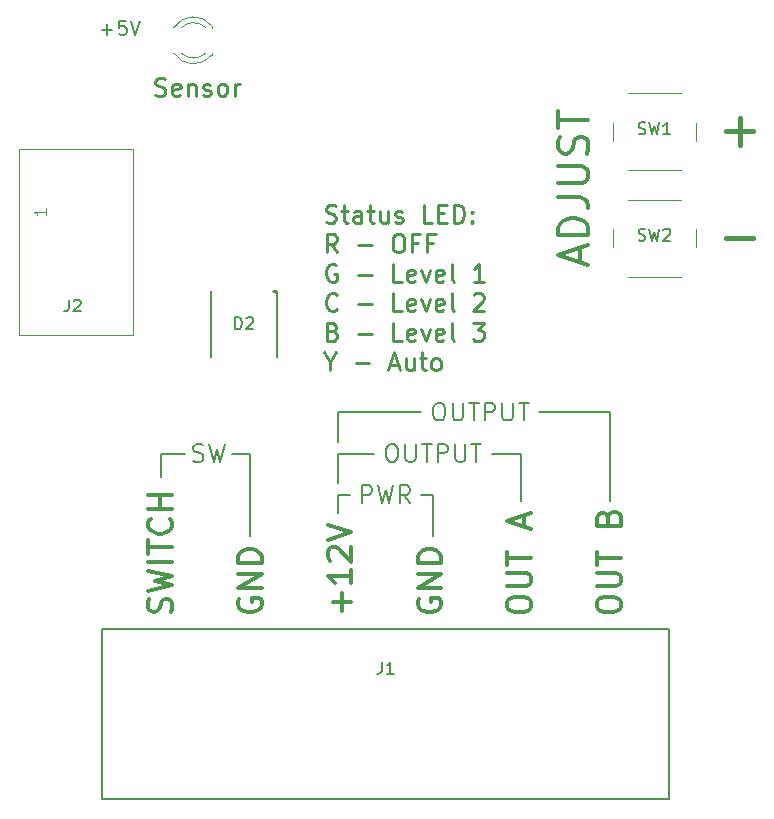
<source format=gbr>
%TF.GenerationSoftware,KiCad,Pcbnew,(5.1.0-rc1)*%
%TF.CreationDate,2020-07-29T19:39:05+03:00*%
%TF.ProjectId,home_pwm,686f6d65-5f70-4776-9d2e-6b696361645f,rev?*%
%TF.SameCoordinates,Original*%
%TF.FileFunction,Legend,Top*%
%TF.FilePolarity,Positive*%
%FSLAX46Y46*%
G04 Gerber Fmt 4.6, Leading zero omitted, Abs format (unit mm)*
G04 Created by KiCad (PCBNEW (5.1.0-rc1)) date 2020-07-29 19:39:05*
%MOMM*%
%LPD*%
G04 APERTURE LIST*
%ADD10C,0.300000*%
%ADD11C,0.250000*%
%ADD12C,0.200000*%
%ADD13C,0.400000*%
%ADD14C,0.120000*%
%ADD15C,0.150000*%
G04 APERTURE END LIST*
D10*
X116416666Y-101750000D02*
X116416666Y-100559523D01*
X117130952Y-101988095D02*
X114630952Y-101154761D01*
X117130952Y-100321428D01*
X117130952Y-99488095D02*
X114630952Y-99488095D01*
X114630952Y-98892857D01*
X114750000Y-98535714D01*
X114988095Y-98297619D01*
X115226190Y-98178571D01*
X115702380Y-98059523D01*
X116059523Y-98059523D01*
X116535714Y-98178571D01*
X116773809Y-98297619D01*
X117011904Y-98535714D01*
X117130952Y-98892857D01*
X117130952Y-99488095D01*
X114630952Y-96273809D02*
X116416666Y-96273809D01*
X116773809Y-96392857D01*
X117011904Y-96630952D01*
X117130952Y-96988095D01*
X117130952Y-97226190D01*
X114630952Y-95083333D02*
X116654761Y-95083333D01*
X116892857Y-94964285D01*
X117011904Y-94845238D01*
X117130952Y-94607142D01*
X117130952Y-94130952D01*
X117011904Y-93892857D01*
X116892857Y-93773809D01*
X116654761Y-93654761D01*
X114630952Y-93654761D01*
X117011904Y-92583333D02*
X117130952Y-92226190D01*
X117130952Y-91630952D01*
X117011904Y-91392857D01*
X116892857Y-91273809D01*
X116654761Y-91154761D01*
X116416666Y-91154761D01*
X116178571Y-91273809D01*
X116059523Y-91392857D01*
X115940476Y-91630952D01*
X115821428Y-92107142D01*
X115702380Y-92345238D01*
X115583333Y-92464285D01*
X115345238Y-92583333D01*
X115107142Y-92583333D01*
X114869047Y-92464285D01*
X114750000Y-92345238D01*
X114630952Y-92107142D01*
X114630952Y-91511904D01*
X114750000Y-91154761D01*
X114630952Y-90440476D02*
X114630952Y-89011904D01*
X117130952Y-89726190D02*
X114630952Y-89726190D01*
D11*
X80500000Y-87607142D02*
X80714285Y-87678571D01*
X81071428Y-87678571D01*
X81214285Y-87607142D01*
X81285714Y-87535714D01*
X81357142Y-87392857D01*
X81357142Y-87250000D01*
X81285714Y-87107142D01*
X81214285Y-87035714D01*
X81071428Y-86964285D01*
X80785714Y-86892857D01*
X80642857Y-86821428D01*
X80571428Y-86750000D01*
X80500000Y-86607142D01*
X80500000Y-86464285D01*
X80571428Y-86321428D01*
X80642857Y-86250000D01*
X80785714Y-86178571D01*
X81142857Y-86178571D01*
X81357142Y-86250000D01*
X82571428Y-87607142D02*
X82428571Y-87678571D01*
X82142857Y-87678571D01*
X82000000Y-87607142D01*
X81928571Y-87464285D01*
X81928571Y-86892857D01*
X82000000Y-86750000D01*
X82142857Y-86678571D01*
X82428571Y-86678571D01*
X82571428Y-86750000D01*
X82642857Y-86892857D01*
X82642857Y-87035714D01*
X81928571Y-87178571D01*
X83285714Y-86678571D02*
X83285714Y-87678571D01*
X83285714Y-86821428D02*
X83357142Y-86750000D01*
X83500000Y-86678571D01*
X83714285Y-86678571D01*
X83857142Y-86750000D01*
X83928571Y-86892857D01*
X83928571Y-87678571D01*
X84571428Y-87607142D02*
X84714285Y-87678571D01*
X85000000Y-87678571D01*
X85142857Y-87607142D01*
X85214285Y-87464285D01*
X85214285Y-87392857D01*
X85142857Y-87250000D01*
X85000000Y-87178571D01*
X84785714Y-87178571D01*
X84642857Y-87107142D01*
X84571428Y-86964285D01*
X84571428Y-86892857D01*
X84642857Y-86750000D01*
X84785714Y-86678571D01*
X85000000Y-86678571D01*
X85142857Y-86750000D01*
X86071428Y-87678571D02*
X85928571Y-87607142D01*
X85857142Y-87535714D01*
X85785714Y-87392857D01*
X85785714Y-86964285D01*
X85857142Y-86821428D01*
X85928571Y-86750000D01*
X86071428Y-86678571D01*
X86285714Y-86678571D01*
X86428571Y-86750000D01*
X86500000Y-86821428D01*
X86571428Y-86964285D01*
X86571428Y-87392857D01*
X86500000Y-87535714D01*
X86428571Y-87607142D01*
X86285714Y-87678571D01*
X86071428Y-87678571D01*
X87214285Y-87678571D02*
X87214285Y-86678571D01*
X87214285Y-86964285D02*
X87285714Y-86821428D01*
X87357142Y-86750000D01*
X87500000Y-86678571D01*
X87642857Y-86678571D01*
X94948214Y-98357142D02*
X95162500Y-98428571D01*
X95519642Y-98428571D01*
X95662500Y-98357142D01*
X95733928Y-98285714D01*
X95805357Y-98142857D01*
X95805357Y-98000000D01*
X95733928Y-97857142D01*
X95662500Y-97785714D01*
X95519642Y-97714285D01*
X95233928Y-97642857D01*
X95091071Y-97571428D01*
X95019642Y-97500000D01*
X94948214Y-97357142D01*
X94948214Y-97214285D01*
X95019642Y-97071428D01*
X95091071Y-97000000D01*
X95233928Y-96928571D01*
X95591071Y-96928571D01*
X95805357Y-97000000D01*
X96233928Y-97428571D02*
X96805357Y-97428571D01*
X96448214Y-96928571D02*
X96448214Y-98214285D01*
X96519642Y-98357142D01*
X96662500Y-98428571D01*
X96805357Y-98428571D01*
X97948214Y-98428571D02*
X97948214Y-97642857D01*
X97876785Y-97500000D01*
X97733928Y-97428571D01*
X97448214Y-97428571D01*
X97305357Y-97500000D01*
X97948214Y-98357142D02*
X97805357Y-98428571D01*
X97448214Y-98428571D01*
X97305357Y-98357142D01*
X97233928Y-98214285D01*
X97233928Y-98071428D01*
X97305357Y-97928571D01*
X97448214Y-97857142D01*
X97805357Y-97857142D01*
X97948214Y-97785714D01*
X98448214Y-97428571D02*
X99019642Y-97428571D01*
X98662500Y-96928571D02*
X98662500Y-98214285D01*
X98733928Y-98357142D01*
X98876785Y-98428571D01*
X99019642Y-98428571D01*
X100162500Y-97428571D02*
X100162500Y-98428571D01*
X99519642Y-97428571D02*
X99519642Y-98214285D01*
X99591071Y-98357142D01*
X99733928Y-98428571D01*
X99948214Y-98428571D01*
X100091071Y-98357142D01*
X100162500Y-98285714D01*
X100805357Y-98357142D02*
X100948214Y-98428571D01*
X101233928Y-98428571D01*
X101376785Y-98357142D01*
X101448214Y-98214285D01*
X101448214Y-98142857D01*
X101376785Y-98000000D01*
X101233928Y-97928571D01*
X101019642Y-97928571D01*
X100876785Y-97857142D01*
X100805357Y-97714285D01*
X100805357Y-97642857D01*
X100876785Y-97500000D01*
X101019642Y-97428571D01*
X101233928Y-97428571D01*
X101376785Y-97500000D01*
X103948214Y-98428571D02*
X103233928Y-98428571D01*
X103233928Y-96928571D01*
X104448214Y-97642857D02*
X104948214Y-97642857D01*
X105162500Y-98428571D02*
X104448214Y-98428571D01*
X104448214Y-96928571D01*
X105162500Y-96928571D01*
X105805357Y-98428571D02*
X105805357Y-96928571D01*
X106162500Y-96928571D01*
X106376785Y-97000000D01*
X106519642Y-97142857D01*
X106591071Y-97285714D01*
X106662500Y-97571428D01*
X106662500Y-97785714D01*
X106591071Y-98071428D01*
X106519642Y-98214285D01*
X106376785Y-98357142D01*
X106162500Y-98428571D01*
X105805357Y-98428571D01*
X107305357Y-98285714D02*
X107376785Y-98357142D01*
X107305357Y-98428571D01*
X107233928Y-98357142D01*
X107305357Y-98285714D01*
X107305357Y-98428571D01*
X107305357Y-97500000D02*
X107376785Y-97571428D01*
X107305357Y-97642857D01*
X107233928Y-97571428D01*
X107305357Y-97500000D01*
X107305357Y-97642857D01*
X95876785Y-100928571D02*
X95376785Y-100214285D01*
X95019642Y-100928571D02*
X95019642Y-99428571D01*
X95591071Y-99428571D01*
X95733928Y-99500000D01*
X95805357Y-99571428D01*
X95876785Y-99714285D01*
X95876785Y-99928571D01*
X95805357Y-100071428D01*
X95733928Y-100142857D01*
X95591071Y-100214285D01*
X95019642Y-100214285D01*
X97662500Y-100357142D02*
X98805357Y-100357142D01*
X100948214Y-99428571D02*
X101233928Y-99428571D01*
X101376785Y-99500000D01*
X101519642Y-99642857D01*
X101591071Y-99928571D01*
X101591071Y-100428571D01*
X101519642Y-100714285D01*
X101376785Y-100857142D01*
X101233928Y-100928571D01*
X100948214Y-100928571D01*
X100805357Y-100857142D01*
X100662500Y-100714285D01*
X100591071Y-100428571D01*
X100591071Y-99928571D01*
X100662500Y-99642857D01*
X100805357Y-99500000D01*
X100948214Y-99428571D01*
X102733928Y-100142857D02*
X102233928Y-100142857D01*
X102233928Y-100928571D02*
X102233928Y-99428571D01*
X102948214Y-99428571D01*
X104019642Y-100142857D02*
X103519642Y-100142857D01*
X103519642Y-100928571D02*
X103519642Y-99428571D01*
X104233928Y-99428571D01*
X95805357Y-102000000D02*
X95662500Y-101928571D01*
X95448214Y-101928571D01*
X95233928Y-102000000D01*
X95091071Y-102142857D01*
X95019642Y-102285714D01*
X94948214Y-102571428D01*
X94948214Y-102785714D01*
X95019642Y-103071428D01*
X95091071Y-103214285D01*
X95233928Y-103357142D01*
X95448214Y-103428571D01*
X95591071Y-103428571D01*
X95805357Y-103357142D01*
X95876785Y-103285714D01*
X95876785Y-102785714D01*
X95591071Y-102785714D01*
X97662500Y-102857142D02*
X98805357Y-102857142D01*
X101376785Y-103428571D02*
X100662500Y-103428571D01*
X100662500Y-101928571D01*
X102448214Y-103357142D02*
X102305357Y-103428571D01*
X102019642Y-103428571D01*
X101876785Y-103357142D01*
X101805357Y-103214285D01*
X101805357Y-102642857D01*
X101876785Y-102500000D01*
X102019642Y-102428571D01*
X102305357Y-102428571D01*
X102448214Y-102500000D01*
X102519642Y-102642857D01*
X102519642Y-102785714D01*
X101805357Y-102928571D01*
X103019642Y-102428571D02*
X103376785Y-103428571D01*
X103733928Y-102428571D01*
X104876785Y-103357142D02*
X104733928Y-103428571D01*
X104448214Y-103428571D01*
X104305357Y-103357142D01*
X104233928Y-103214285D01*
X104233928Y-102642857D01*
X104305357Y-102500000D01*
X104448214Y-102428571D01*
X104733928Y-102428571D01*
X104876785Y-102500000D01*
X104948214Y-102642857D01*
X104948214Y-102785714D01*
X104233928Y-102928571D01*
X105805357Y-103428571D02*
X105662500Y-103357142D01*
X105591071Y-103214285D01*
X105591071Y-101928571D01*
X108305357Y-103428571D02*
X107448214Y-103428571D01*
X107876785Y-103428571D02*
X107876785Y-101928571D01*
X107733928Y-102142857D01*
X107591071Y-102285714D01*
X107448214Y-102357142D01*
X95876785Y-105785714D02*
X95805357Y-105857142D01*
X95591071Y-105928571D01*
X95448214Y-105928571D01*
X95233928Y-105857142D01*
X95091071Y-105714285D01*
X95019642Y-105571428D01*
X94948214Y-105285714D01*
X94948214Y-105071428D01*
X95019642Y-104785714D01*
X95091071Y-104642857D01*
X95233928Y-104500000D01*
X95448214Y-104428571D01*
X95591071Y-104428571D01*
X95805357Y-104500000D01*
X95876785Y-104571428D01*
X97662500Y-105357142D02*
X98805357Y-105357142D01*
X101376785Y-105928571D02*
X100662500Y-105928571D01*
X100662500Y-104428571D01*
X102448214Y-105857142D02*
X102305357Y-105928571D01*
X102019642Y-105928571D01*
X101876785Y-105857142D01*
X101805357Y-105714285D01*
X101805357Y-105142857D01*
X101876785Y-105000000D01*
X102019642Y-104928571D01*
X102305357Y-104928571D01*
X102448214Y-105000000D01*
X102519642Y-105142857D01*
X102519642Y-105285714D01*
X101805357Y-105428571D01*
X103019642Y-104928571D02*
X103376785Y-105928571D01*
X103733928Y-104928571D01*
X104876785Y-105857142D02*
X104733928Y-105928571D01*
X104448214Y-105928571D01*
X104305357Y-105857142D01*
X104233928Y-105714285D01*
X104233928Y-105142857D01*
X104305357Y-105000000D01*
X104448214Y-104928571D01*
X104733928Y-104928571D01*
X104876785Y-105000000D01*
X104948214Y-105142857D01*
X104948214Y-105285714D01*
X104233928Y-105428571D01*
X105805357Y-105928571D02*
X105662500Y-105857142D01*
X105591071Y-105714285D01*
X105591071Y-104428571D01*
X107448214Y-104571428D02*
X107519642Y-104500000D01*
X107662500Y-104428571D01*
X108019642Y-104428571D01*
X108162500Y-104500000D01*
X108233928Y-104571428D01*
X108305357Y-104714285D01*
X108305357Y-104857142D01*
X108233928Y-105071428D01*
X107376785Y-105928571D01*
X108305357Y-105928571D01*
X95519642Y-107642857D02*
X95733928Y-107714285D01*
X95805357Y-107785714D01*
X95876785Y-107928571D01*
X95876785Y-108142857D01*
X95805357Y-108285714D01*
X95733928Y-108357142D01*
X95591071Y-108428571D01*
X95019642Y-108428571D01*
X95019642Y-106928571D01*
X95519642Y-106928571D01*
X95662500Y-107000000D01*
X95733928Y-107071428D01*
X95805357Y-107214285D01*
X95805357Y-107357142D01*
X95733928Y-107500000D01*
X95662500Y-107571428D01*
X95519642Y-107642857D01*
X95019642Y-107642857D01*
X97662500Y-107857142D02*
X98805357Y-107857142D01*
X101376785Y-108428571D02*
X100662500Y-108428571D01*
X100662500Y-106928571D01*
X102448214Y-108357142D02*
X102305357Y-108428571D01*
X102019642Y-108428571D01*
X101876785Y-108357142D01*
X101805357Y-108214285D01*
X101805357Y-107642857D01*
X101876785Y-107500000D01*
X102019642Y-107428571D01*
X102305357Y-107428571D01*
X102448214Y-107500000D01*
X102519642Y-107642857D01*
X102519642Y-107785714D01*
X101805357Y-107928571D01*
X103019642Y-107428571D02*
X103376785Y-108428571D01*
X103733928Y-107428571D01*
X104876785Y-108357142D02*
X104733928Y-108428571D01*
X104448214Y-108428571D01*
X104305357Y-108357142D01*
X104233928Y-108214285D01*
X104233928Y-107642857D01*
X104305357Y-107500000D01*
X104448214Y-107428571D01*
X104733928Y-107428571D01*
X104876785Y-107500000D01*
X104948214Y-107642857D01*
X104948214Y-107785714D01*
X104233928Y-107928571D01*
X105805357Y-108428571D02*
X105662500Y-108357142D01*
X105591071Y-108214285D01*
X105591071Y-106928571D01*
X107376785Y-106928571D02*
X108305357Y-106928571D01*
X107805357Y-107500000D01*
X108019642Y-107500000D01*
X108162500Y-107571428D01*
X108233928Y-107642857D01*
X108305357Y-107785714D01*
X108305357Y-108142857D01*
X108233928Y-108285714D01*
X108162500Y-108357142D01*
X108019642Y-108428571D01*
X107591071Y-108428571D01*
X107448214Y-108357142D01*
X107376785Y-108285714D01*
X95305357Y-110214285D02*
X95305357Y-110928571D01*
X94805357Y-109428571D02*
X95305357Y-110214285D01*
X95805357Y-109428571D01*
X97448214Y-110357142D02*
X98591071Y-110357142D01*
X100376785Y-110500000D02*
X101091071Y-110500000D01*
X100233928Y-110928571D02*
X100733928Y-109428571D01*
X101233928Y-110928571D01*
X102376785Y-109928571D02*
X102376785Y-110928571D01*
X101733928Y-109928571D02*
X101733928Y-110714285D01*
X101805357Y-110857142D01*
X101948214Y-110928571D01*
X102162500Y-110928571D01*
X102305357Y-110857142D01*
X102376785Y-110785714D01*
X102876785Y-109928571D02*
X103448214Y-109928571D01*
X103091071Y-109428571D02*
X103091071Y-110714285D01*
X103162500Y-110857142D01*
X103305357Y-110928571D01*
X103448214Y-110928571D01*
X104162500Y-110928571D02*
X104019642Y-110857142D01*
X103948214Y-110785714D01*
X103876785Y-110642857D01*
X103876785Y-110214285D01*
X103948214Y-110071428D01*
X104019642Y-110000000D01*
X104162500Y-109928571D01*
X104376785Y-109928571D01*
X104519642Y-110000000D01*
X104591071Y-110071428D01*
X104662500Y-110214285D01*
X104662500Y-110642857D01*
X104591071Y-110785714D01*
X104519642Y-110857142D01*
X104376785Y-110928571D01*
X104162500Y-110928571D01*
D12*
X75957142Y-82085714D02*
X76871428Y-82085714D01*
X76414285Y-82542857D02*
X76414285Y-81628571D01*
X78014285Y-81342857D02*
X77442857Y-81342857D01*
X77385714Y-81914285D01*
X77442857Y-81857142D01*
X77557142Y-81800000D01*
X77842857Y-81800000D01*
X77957142Y-81857142D01*
X78014285Y-81914285D01*
X78071428Y-82028571D01*
X78071428Y-82314285D01*
X78014285Y-82428571D01*
X77957142Y-82485714D01*
X77842857Y-82542857D01*
X77557142Y-82542857D01*
X77442857Y-82485714D01*
X77385714Y-82428571D01*
X78414285Y-81342857D02*
X78814285Y-82542857D01*
X79214285Y-81342857D01*
D13*
X128857142Y-99714285D02*
X131142857Y-99714285D01*
X128857142Y-90714285D02*
X131142857Y-90714285D01*
X130000000Y-91857142D02*
X130000000Y-89571428D01*
D12*
X88500000Y-118000000D02*
X88500000Y-125000000D01*
X87000000Y-118000000D02*
X88500000Y-118000000D01*
X81000000Y-118000000D02*
X83000000Y-118000000D01*
X81000000Y-120000000D02*
X81000000Y-118000000D01*
X83714285Y-118607142D02*
X83928571Y-118678571D01*
X84285714Y-118678571D01*
X84428571Y-118607142D01*
X84500000Y-118535714D01*
X84571428Y-118392857D01*
X84571428Y-118250000D01*
X84500000Y-118107142D01*
X84428571Y-118035714D01*
X84285714Y-117964285D01*
X84000000Y-117892857D01*
X83857142Y-117821428D01*
X83785714Y-117750000D01*
X83714285Y-117607142D01*
X83714285Y-117464285D01*
X83785714Y-117321428D01*
X83857142Y-117250000D01*
X84000000Y-117178571D01*
X84357142Y-117178571D01*
X84571428Y-117250000D01*
X85071428Y-117178571D02*
X85428571Y-118678571D01*
X85714285Y-117607142D01*
X86000000Y-118678571D01*
X86357142Y-117178571D01*
X119000000Y-114500000D02*
X119000000Y-122000000D01*
X113000000Y-114500000D02*
X119000000Y-114500000D01*
X111500000Y-118000000D02*
X111500000Y-122000000D01*
X109000000Y-118000000D02*
X111500000Y-118000000D01*
X96000000Y-114500000D02*
X103000000Y-114500000D01*
X96000000Y-117000000D02*
X96000000Y-114500000D01*
X96000000Y-118000000D02*
X99000000Y-118000000D01*
X96000000Y-120500000D02*
X96000000Y-118000000D01*
X104392857Y-113678571D02*
X104678571Y-113678571D01*
X104821428Y-113750000D01*
X104964285Y-113892857D01*
X105035714Y-114178571D01*
X105035714Y-114678571D01*
X104964285Y-114964285D01*
X104821428Y-115107142D01*
X104678571Y-115178571D01*
X104392857Y-115178571D01*
X104250000Y-115107142D01*
X104107142Y-114964285D01*
X104035714Y-114678571D01*
X104035714Y-114178571D01*
X104107142Y-113892857D01*
X104250000Y-113750000D01*
X104392857Y-113678571D01*
X105678571Y-113678571D02*
X105678571Y-114892857D01*
X105750000Y-115035714D01*
X105821428Y-115107142D01*
X105964285Y-115178571D01*
X106250000Y-115178571D01*
X106392857Y-115107142D01*
X106464285Y-115035714D01*
X106535714Y-114892857D01*
X106535714Y-113678571D01*
X107035714Y-113678571D02*
X107892857Y-113678571D01*
X107464285Y-115178571D02*
X107464285Y-113678571D01*
X108392857Y-115178571D02*
X108392857Y-113678571D01*
X108964285Y-113678571D01*
X109107142Y-113750000D01*
X109178571Y-113821428D01*
X109250000Y-113964285D01*
X109250000Y-114178571D01*
X109178571Y-114321428D01*
X109107142Y-114392857D01*
X108964285Y-114464285D01*
X108392857Y-114464285D01*
X109892857Y-113678571D02*
X109892857Y-114892857D01*
X109964285Y-115035714D01*
X110035714Y-115107142D01*
X110178571Y-115178571D01*
X110464285Y-115178571D01*
X110607142Y-115107142D01*
X110678571Y-115035714D01*
X110750000Y-114892857D01*
X110750000Y-113678571D01*
X111250000Y-113678571D02*
X112107142Y-113678571D01*
X111678571Y-115178571D02*
X111678571Y-113678571D01*
X100392857Y-117178571D02*
X100678571Y-117178571D01*
X100821428Y-117250000D01*
X100964285Y-117392857D01*
X101035714Y-117678571D01*
X101035714Y-118178571D01*
X100964285Y-118464285D01*
X100821428Y-118607142D01*
X100678571Y-118678571D01*
X100392857Y-118678571D01*
X100250000Y-118607142D01*
X100107142Y-118464285D01*
X100035714Y-118178571D01*
X100035714Y-117678571D01*
X100107142Y-117392857D01*
X100250000Y-117250000D01*
X100392857Y-117178571D01*
X101678571Y-117178571D02*
X101678571Y-118392857D01*
X101750000Y-118535714D01*
X101821428Y-118607142D01*
X101964285Y-118678571D01*
X102250000Y-118678571D01*
X102392857Y-118607142D01*
X102464285Y-118535714D01*
X102535714Y-118392857D01*
X102535714Y-117178571D01*
X103035714Y-117178571D02*
X103892857Y-117178571D01*
X103464285Y-118678571D02*
X103464285Y-117178571D01*
X104392857Y-118678571D02*
X104392857Y-117178571D01*
X104964285Y-117178571D01*
X105107142Y-117250000D01*
X105178571Y-117321428D01*
X105250000Y-117464285D01*
X105250000Y-117678571D01*
X105178571Y-117821428D01*
X105107142Y-117892857D01*
X104964285Y-117964285D01*
X104392857Y-117964285D01*
X105892857Y-117178571D02*
X105892857Y-118392857D01*
X105964285Y-118535714D01*
X106035714Y-118607142D01*
X106178571Y-118678571D01*
X106464285Y-118678571D01*
X106607142Y-118607142D01*
X106678571Y-118535714D01*
X106750000Y-118392857D01*
X106750000Y-117178571D01*
X107250000Y-117178571D02*
X108107142Y-117178571D01*
X107678571Y-118678571D02*
X107678571Y-117178571D01*
X98000000Y-122178571D02*
X98000000Y-120678571D01*
X98571428Y-120678571D01*
X98714285Y-120750000D01*
X98785714Y-120821428D01*
X98857142Y-120964285D01*
X98857142Y-121178571D01*
X98785714Y-121321428D01*
X98714285Y-121392857D01*
X98571428Y-121464285D01*
X98000000Y-121464285D01*
X99357142Y-120678571D02*
X99714285Y-122178571D01*
X100000000Y-121107142D01*
X100285714Y-122178571D01*
X100642857Y-120678571D01*
X102071428Y-122178571D02*
X101571428Y-121464285D01*
X101214285Y-122178571D02*
X101214285Y-120678571D01*
X101785714Y-120678571D01*
X101928571Y-120750000D01*
X102000000Y-120821428D01*
X102071428Y-120964285D01*
X102071428Y-121178571D01*
X102000000Y-121321428D01*
X101928571Y-121392857D01*
X101785714Y-121464285D01*
X101214285Y-121464285D01*
X104000000Y-121500000D02*
X103000000Y-121500000D01*
X104000000Y-125000000D02*
X104000000Y-121500000D01*
X96000000Y-121500000D02*
X97000000Y-121500000D01*
X96000000Y-123000000D02*
X96000000Y-121500000D01*
D10*
X117904761Y-130947857D02*
X117904761Y-130566904D01*
X118000000Y-130376428D01*
X118190476Y-130185952D01*
X118571428Y-130090714D01*
X119238095Y-130090714D01*
X119619047Y-130185952D01*
X119809523Y-130376428D01*
X119904761Y-130566904D01*
X119904761Y-130947857D01*
X119809523Y-131138333D01*
X119619047Y-131328809D01*
X119238095Y-131424047D01*
X118571428Y-131424047D01*
X118190476Y-131328809D01*
X118000000Y-131138333D01*
X117904761Y-130947857D01*
X117904761Y-129233571D02*
X119523809Y-129233571D01*
X119714285Y-129138333D01*
X119809523Y-129043095D01*
X119904761Y-128852619D01*
X119904761Y-128471666D01*
X119809523Y-128281190D01*
X119714285Y-128185952D01*
X119523809Y-128090714D01*
X117904761Y-128090714D01*
X117904761Y-127424047D02*
X117904761Y-126281190D01*
X119904761Y-126852619D02*
X117904761Y-126852619D01*
X118857142Y-123424047D02*
X118952380Y-123138333D01*
X119047619Y-123043095D01*
X119238095Y-122947857D01*
X119523809Y-122947857D01*
X119714285Y-123043095D01*
X119809523Y-123138333D01*
X119904761Y-123328809D01*
X119904761Y-124090714D01*
X117904761Y-124090714D01*
X117904761Y-123424047D01*
X118000000Y-123233571D01*
X118095238Y-123138333D01*
X118285714Y-123043095D01*
X118476190Y-123043095D01*
X118666666Y-123138333D01*
X118761904Y-123233571D01*
X118857142Y-123424047D01*
X118857142Y-124090714D01*
X110304761Y-130947857D02*
X110304761Y-130566904D01*
X110400000Y-130376428D01*
X110590476Y-130185952D01*
X110971428Y-130090714D01*
X111638095Y-130090714D01*
X112019047Y-130185952D01*
X112209523Y-130376428D01*
X112304761Y-130566904D01*
X112304761Y-130947857D01*
X112209523Y-131138333D01*
X112019047Y-131328809D01*
X111638095Y-131424047D01*
X110971428Y-131424047D01*
X110590476Y-131328809D01*
X110400000Y-131138333D01*
X110304761Y-130947857D01*
X110304761Y-129233571D02*
X111923809Y-129233571D01*
X112114285Y-129138333D01*
X112209523Y-129043095D01*
X112304761Y-128852619D01*
X112304761Y-128471666D01*
X112209523Y-128281190D01*
X112114285Y-128185952D01*
X111923809Y-128090714D01*
X110304761Y-128090714D01*
X110304761Y-127424047D02*
X110304761Y-126281190D01*
X112304761Y-126852619D02*
X110304761Y-126852619D01*
X111733333Y-124185952D02*
X111733333Y-123233571D01*
X112304761Y-124376428D02*
X110304761Y-123709761D01*
X112304761Y-123043095D01*
X102800000Y-130281190D02*
X102704761Y-130471666D01*
X102704761Y-130757380D01*
X102800000Y-131043095D01*
X102990476Y-131233571D01*
X103180952Y-131328809D01*
X103561904Y-131424047D01*
X103847619Y-131424047D01*
X104228571Y-131328809D01*
X104419047Y-131233571D01*
X104609523Y-131043095D01*
X104704761Y-130757380D01*
X104704761Y-130566904D01*
X104609523Y-130281190D01*
X104514285Y-130185952D01*
X103847619Y-130185952D01*
X103847619Y-130566904D01*
X104704761Y-129328809D02*
X102704761Y-129328809D01*
X104704761Y-128185952D01*
X102704761Y-128185952D01*
X104704761Y-127233571D02*
X102704761Y-127233571D01*
X102704761Y-126757380D01*
X102800000Y-126471666D01*
X102990476Y-126281190D01*
X103180952Y-126185952D01*
X103561904Y-126090714D01*
X103847619Y-126090714D01*
X104228571Y-126185952D01*
X104419047Y-126281190D01*
X104609523Y-126471666D01*
X104704761Y-126757380D01*
X104704761Y-127233571D01*
X96342857Y-131328809D02*
X96342857Y-129805000D01*
X97104761Y-130566904D02*
X95580952Y-130566904D01*
X97104761Y-127805000D02*
X97104761Y-128947857D01*
X97104761Y-128376428D02*
X95104761Y-128376428D01*
X95390476Y-128566904D01*
X95580952Y-128757380D01*
X95676190Y-128947857D01*
X95295238Y-127043095D02*
X95200000Y-126947857D01*
X95104761Y-126757380D01*
X95104761Y-126281190D01*
X95200000Y-126090714D01*
X95295238Y-125995476D01*
X95485714Y-125900238D01*
X95676190Y-125900238D01*
X95961904Y-125995476D01*
X97104761Y-127138333D01*
X97104761Y-125900238D01*
X95104761Y-125328809D02*
X97104761Y-124662142D01*
X95104761Y-123995476D01*
X87600000Y-130281190D02*
X87504761Y-130471666D01*
X87504761Y-130757380D01*
X87600000Y-131043095D01*
X87790476Y-131233571D01*
X87980952Y-131328809D01*
X88361904Y-131424047D01*
X88647619Y-131424047D01*
X89028571Y-131328809D01*
X89219047Y-131233571D01*
X89409523Y-131043095D01*
X89504761Y-130757380D01*
X89504761Y-130566904D01*
X89409523Y-130281190D01*
X89314285Y-130185952D01*
X88647619Y-130185952D01*
X88647619Y-130566904D01*
X89504761Y-129328809D02*
X87504761Y-129328809D01*
X89504761Y-128185952D01*
X87504761Y-128185952D01*
X89504761Y-127233571D02*
X87504761Y-127233571D01*
X87504761Y-126757380D01*
X87600000Y-126471666D01*
X87790476Y-126281190D01*
X87980952Y-126185952D01*
X88361904Y-126090714D01*
X88647619Y-126090714D01*
X89028571Y-126185952D01*
X89219047Y-126281190D01*
X89409523Y-126471666D01*
X89504761Y-126757380D01*
X89504761Y-127233571D01*
X81809523Y-131424047D02*
X81904761Y-131138333D01*
X81904761Y-130662142D01*
X81809523Y-130471666D01*
X81714285Y-130376428D01*
X81523809Y-130281190D01*
X81333333Y-130281190D01*
X81142857Y-130376428D01*
X81047619Y-130471666D01*
X80952380Y-130662142D01*
X80857142Y-131043095D01*
X80761904Y-131233571D01*
X80666666Y-131328809D01*
X80476190Y-131424047D01*
X80285714Y-131424047D01*
X80095238Y-131328809D01*
X80000000Y-131233571D01*
X79904761Y-131043095D01*
X79904761Y-130566904D01*
X80000000Y-130281190D01*
X79904761Y-129614523D02*
X81904761Y-129138333D01*
X80476190Y-128757380D01*
X81904761Y-128376428D01*
X79904761Y-127900238D01*
X81904761Y-127138333D02*
X79904761Y-127138333D01*
X79904761Y-126471666D02*
X79904761Y-125328809D01*
X81904761Y-125900238D02*
X79904761Y-125900238D01*
X81714285Y-123519285D02*
X81809523Y-123614523D01*
X81904761Y-123900238D01*
X81904761Y-124090714D01*
X81809523Y-124376428D01*
X81619047Y-124566904D01*
X81428571Y-124662142D01*
X81047619Y-124757380D01*
X80761904Y-124757380D01*
X80380952Y-124662142D01*
X80190476Y-124566904D01*
X80000000Y-124376428D01*
X79904761Y-124090714D01*
X79904761Y-123900238D01*
X80000000Y-123614523D01*
X80095238Y-123519285D01*
X81904761Y-122662142D02*
X79904761Y-122662142D01*
X80857142Y-122662142D02*
X80857142Y-121519285D01*
X81904761Y-121519285D02*
X79904761Y-121519285D01*
D14*
X120500000Y-103000000D02*
X125000000Y-103000000D01*
X119250000Y-99000000D02*
X119250000Y-100500000D01*
X125000000Y-96500000D02*
X120500000Y-96500000D01*
X126250000Y-100500000D02*
X126250000Y-99000000D01*
X120500000Y-94000000D02*
X125000000Y-94000000D01*
X119250000Y-90000000D02*
X119250000Y-91500000D01*
X125000000Y-87500000D02*
X120500000Y-87500000D01*
X126250000Y-91500000D02*
X126250000Y-90000000D01*
D12*
X85200000Y-104200000D02*
X85200000Y-109800000D01*
G36*
X90800000Y-104200000D02*
G01*
X90500000Y-104200000D01*
X90800000Y-104500000D01*
X90800000Y-104200000D01*
G37*
X90800000Y-104200000D02*
X90500000Y-104200000D01*
X90800000Y-104500000D01*
X90800000Y-104200000D01*
X90800000Y-104200000D02*
X90800000Y-109800000D01*
D14*
X85290000Y-81920000D02*
X85290000Y-81764000D01*
X85290000Y-84236000D02*
X85290000Y-84080000D01*
X82688870Y-81920163D02*
G75*
G02X84770961Y-81920000I1041130J-1079837D01*
G01*
X82688870Y-84079837D02*
G75*
G03X84770961Y-84080000I1041130J1079837D01*
G01*
X82057665Y-81921392D02*
G75*
G02X85290000Y-81764484I1672335J-1078608D01*
G01*
X82057665Y-84078608D02*
G75*
G03X85290000Y-84235516I1672335J1078608D01*
G01*
X78570000Y-92170000D02*
X78570000Y-107910000D01*
X78570000Y-107910000D02*
X68970000Y-107910000D01*
X68970000Y-107910000D02*
X68970000Y-92170000D01*
X68970000Y-92170000D02*
X78570000Y-92170000D01*
D15*
X124000000Y-132800000D02*
X76000000Y-132800000D01*
X124000000Y-147200000D02*
X124000000Y-132800000D01*
X76000000Y-147200000D02*
X124000000Y-147200000D01*
X76000000Y-132800000D02*
X76000000Y-147200000D01*
X121416666Y-99904761D02*
X121559523Y-99952380D01*
X121797619Y-99952380D01*
X121892857Y-99904761D01*
X121940476Y-99857142D01*
X121988095Y-99761904D01*
X121988095Y-99666666D01*
X121940476Y-99571428D01*
X121892857Y-99523809D01*
X121797619Y-99476190D01*
X121607142Y-99428571D01*
X121511904Y-99380952D01*
X121464285Y-99333333D01*
X121416666Y-99238095D01*
X121416666Y-99142857D01*
X121464285Y-99047619D01*
X121511904Y-99000000D01*
X121607142Y-98952380D01*
X121845238Y-98952380D01*
X121988095Y-99000000D01*
X122321428Y-98952380D02*
X122559523Y-99952380D01*
X122750000Y-99238095D01*
X122940476Y-99952380D01*
X123178571Y-98952380D01*
X123511904Y-99047619D02*
X123559523Y-99000000D01*
X123654761Y-98952380D01*
X123892857Y-98952380D01*
X123988095Y-99000000D01*
X124035714Y-99047619D01*
X124083333Y-99142857D01*
X124083333Y-99238095D01*
X124035714Y-99380952D01*
X123464285Y-99952380D01*
X124083333Y-99952380D01*
X121416666Y-90904761D02*
X121559523Y-90952380D01*
X121797619Y-90952380D01*
X121892857Y-90904761D01*
X121940476Y-90857142D01*
X121988095Y-90761904D01*
X121988095Y-90666666D01*
X121940476Y-90571428D01*
X121892857Y-90523809D01*
X121797619Y-90476190D01*
X121607142Y-90428571D01*
X121511904Y-90380952D01*
X121464285Y-90333333D01*
X121416666Y-90238095D01*
X121416666Y-90142857D01*
X121464285Y-90047619D01*
X121511904Y-90000000D01*
X121607142Y-89952380D01*
X121845238Y-89952380D01*
X121988095Y-90000000D01*
X122321428Y-89952380D02*
X122559523Y-90952380D01*
X122750000Y-90238095D01*
X122940476Y-90952380D01*
X123178571Y-89952380D01*
X124083333Y-90952380D02*
X123511904Y-90952380D01*
X123797619Y-90952380D02*
X123797619Y-89952380D01*
X123702380Y-90095238D01*
X123607142Y-90190476D01*
X123511904Y-90238095D01*
X87261904Y-107452380D02*
X87261904Y-106452380D01*
X87500000Y-106452380D01*
X87642857Y-106500000D01*
X87738095Y-106595238D01*
X87785714Y-106690476D01*
X87833333Y-106880952D01*
X87833333Y-107023809D01*
X87785714Y-107214285D01*
X87738095Y-107309523D01*
X87642857Y-107404761D01*
X87500000Y-107452380D01*
X87261904Y-107452380D01*
X88214285Y-106547619D02*
X88261904Y-106500000D01*
X88357142Y-106452380D01*
X88595238Y-106452380D01*
X88690476Y-106500000D01*
X88738095Y-106547619D01*
X88785714Y-106642857D01*
X88785714Y-106738095D01*
X88738095Y-106880952D01*
X88166666Y-107452380D01*
X88785714Y-107452380D01*
X73166666Y-104952380D02*
X73166666Y-105666666D01*
X73119047Y-105809523D01*
X73023809Y-105904761D01*
X72880952Y-105952380D01*
X72785714Y-105952380D01*
X73595238Y-105047619D02*
X73642857Y-105000000D01*
X73738095Y-104952380D01*
X73976190Y-104952380D01*
X74071428Y-105000000D01*
X74119047Y-105047619D01*
X74166666Y-105142857D01*
X74166666Y-105238095D01*
X74119047Y-105380952D01*
X73547619Y-105952380D01*
X74166666Y-105952380D01*
D14*
X71232380Y-97234285D02*
X71232380Y-97805714D01*
X71232380Y-97520000D02*
X70232380Y-97520000D01*
X70375238Y-97615238D01*
X70470476Y-97710476D01*
X70518095Y-97805714D01*
D15*
X99666666Y-135642380D02*
X99666666Y-136356666D01*
X99619047Y-136499523D01*
X99523809Y-136594761D01*
X99380952Y-136642380D01*
X99285714Y-136642380D01*
X100666666Y-136642380D02*
X100095238Y-136642380D01*
X100380952Y-136642380D02*
X100380952Y-135642380D01*
X100285714Y-135785238D01*
X100190476Y-135880476D01*
X100095238Y-135928095D01*
M02*

</source>
